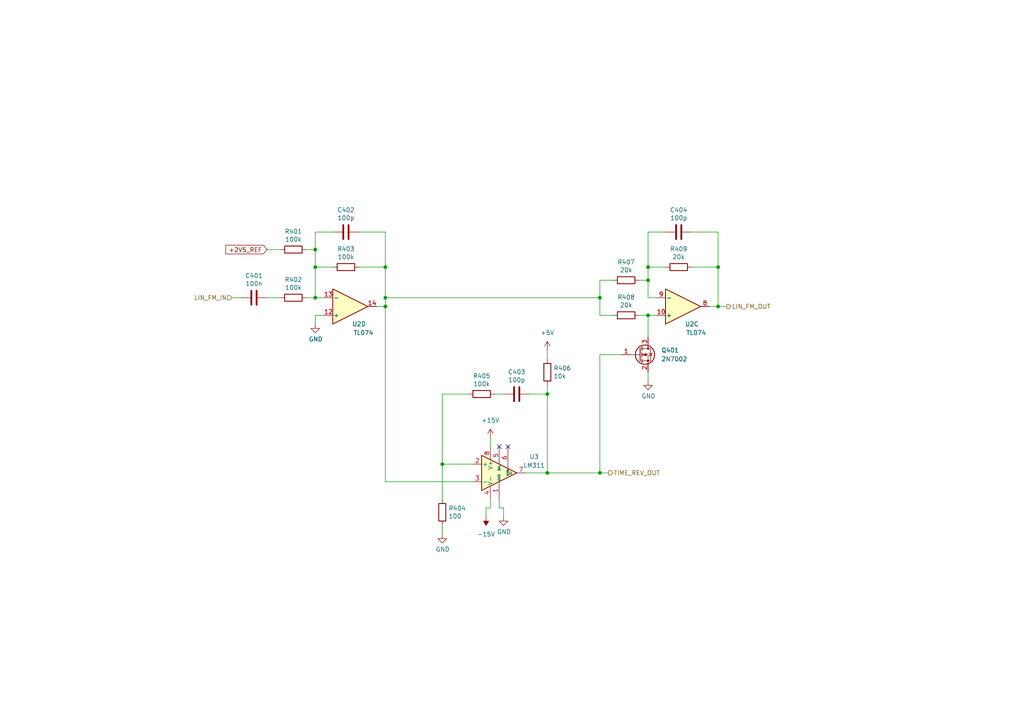
<source format=kicad_sch>
(kicad_sch (version 20211123) (generator eeschema)
  (paper "A4")
  (title_block (title "Josh Ox Ribon Synth Main VCO board") (date "2022-06-18") (rev "0") (comment 2 "creativecommons.org/licences/by/4.0") (comment 3 "license: CC by 4.0") (comment 4 "Author: Jordan Acete"))
  (lib_symbols
    (symbol "Amplifier_Operational:TL074" (pin_names (offset 0.127))
      (property "Reference" "U" (at 0 5.08 0))
      (property "Value" "TL074" (at 0 -5.08 0))
      (symbol "TL074_1_1"
        (polyline (pts (xy -5.08 5.08) (xy 5.08 0) (xy -5.08 -5.08) (xy -5.08 5.08)) (stroke (width 0.254)) (fill (type background)))
        (pin output line (at 7.62 0 180) (length 2.54) (name "~") (number "1"))
        (pin input line (at -7.62 -2.54 0) (length 2.54) (name "-") (number "2"))
        (pin input line (at -7.62 2.54 0) (length 2.54) (name "+") (number "3"))
      )
      (symbol "TL074_2_1"
        (polyline (pts (xy -5.08 5.08) (xy 5.08 0) (xy -5.08 -5.08) (xy -5.08 5.08)) (stroke (width 0.254)) (fill (type background)))
        (pin input line (at -7.62 2.54 0) (length 2.54) (name "+") (number "5"))
        (pin input line (at -7.62 -2.54 0) (length 2.54) (name "-") (number "6"))
        (pin output line (at 7.62 0 180) (length 2.54) (name "~") (number "7"))
      )
      (symbol "TL074_3_1"
        (polyline (pts (xy -5.08 5.08) (xy 5.08 0) (xy -5.08 -5.08) (xy -5.08 5.08)) (stroke (width 0.254)) (fill (type background)))
        (pin input line (at -7.62 2.54 0) (length 2.54) (name "+") (number "10"))
        (pin output line (at 7.62 0 180) (length 2.54) (name "~") (number "8"))
        (pin input line (at -7.62 -2.54 0) (length 2.54) (name "-") (number "9"))
      )
      (symbol "TL074_4_1"
        (polyline (pts (xy -5.08 5.08) (xy 5.08 0) (xy -5.08 -5.08) (xy -5.08 5.08)) (stroke (width 0.254)) (fill (type background)))
        (pin input line (at -7.62 2.54 0) (length 2.54) (name "+") (number "12"))
        (pin input line (at -7.62 -2.54 0) (length 2.54) (name "-") (number "13"))
        (pin output line (at 7.62 0 180) (length 2.54) (name "~") (number "14"))
      )
      (symbol "TL074_5_1"
        (pin power_in line (at -2.54 -7.62 90) (length 3.81) (name "V-") (number "11"))
        (pin power_in line (at -2.54 7.62 270) (length 3.81) (name "V+") (number "4"))
      )
    )
    (symbol "Comparator:LM311" (pin_names (offset 0.127))
      (property "Reference" "U" (at 3.81 6.35 0))
      (property "Value" "LM311" (at 3.81 3.81 0))
      (symbol "LM311_0_1"
        (polyline (pts (xy 5.08 0) (xy -5.08 5.08) (xy -5.08 -5.08) (xy 5.08 0)) (stroke (width 0.254)) (fill (type background)))
        (polyline (pts (xy 3.683 -0.381) (xy 3.302 -0.381) (xy 3.683 0) (xy 3.302 0.381) (xy 2.921 0) (xy 3.302 -0.381) (xy 2.921 -0.381)) (stroke (width 0.127)))
      )
      (symbol "LM311_1_1"
        (pin passive line (at 0 -7.62 90) (length 5.08) (name "GND") (number "1"))
        (pin input line (at -7.62 2.54 0) (length 2.54) (name "+") (number "2"))
        (pin input line (at -7.62 -2.54 0) (length 2.54) (name "-") (number "3"))
        (pin power_in line (at -2.54 -7.62 90) (length 3.81) (name "V-") (number "4"))
        (pin input line (at 0 7.62 270) (length 5.08) (name "BAL") (number "5"))
        (pin input line (at 2.54 7.62 270) (length 6.35) (name "STRB") (number "6"))
        (pin open_collector line (at 7.62 0 180) (length 2.54) (name "~") (number "7"))
        (pin power_in line (at -2.54 7.62 270) (length 3.81) (name "V+") (number "8"))
      )
    )
    (symbol "Device:C" (pin_numbers hide) (pin_names (offset 0.254))
      (property "Reference" "C" (at 0.635 2.54 0))
      (property "Value" "C" (at 0.635 -2.54 0))
      (symbol "C_0_1"
        (polyline (pts (xy -2.032 -0.762) (xy 2.032 -0.762)) (stroke (width 0.508)))
        (polyline (pts (xy -2.032 0.762) (xy 2.032 0.762)) (stroke (width 0.508)))
      )
      (symbol "C_1_1"
        (pin passive line (at 0 3.81 270) (length 2.794) (name "~") (number "1"))
        (pin passive line (at 0 -3.81 90) (length 2.794) (name "~") (number "2"))
      )
    )
    (symbol "Device:R" (pin_numbers hide) (pin_names (offset 0))
      (property "Reference" "R" (at 2.032 0 90))
      (property "Value" "R" (at 0 0 90))
      (symbol "R_0_1"
        (rectangle (start -1.016 -2.54) (end 1.016 2.54) (stroke (width 0.254)))
      )
      (symbol "R_1_1"
        (pin passive line (at 0 3.81 270) (length 1.27) (name "~") (number "1"))
        (pin passive line (at 0 -3.81 90) (length 1.27) (name "~") (number "2"))
      )
    )
    (symbol "Transistor_FET:2N7002" (pin_names hide)
      (property "Reference" "Q" (at 5.08 1.905 0))
      (property "Value" "2N7002" (at 5.08 0 0))
      (symbol "2N7002_0_1"
        (polyline (pts (xy 0.254 0) (xy -2.54 0)))
        (polyline (pts (xy 0.254 1.905) (xy 0.254 -1.905)) (stroke (width 0.254)))
        (polyline (pts (xy 0.762 -1.27) (xy 0.762 -2.286)) (stroke (width 0.254)))
        (polyline (pts (xy 0.762 0.508) (xy 0.762 -0.508)) (stroke (width 0.254)))
        (polyline (pts (xy 0.762 2.286) (xy 0.762 1.27)) (stroke (width 0.254)))
        (polyline (pts (xy 2.54 2.54) (xy 2.54 1.778)))
        (polyline (pts (xy 2.54 -2.54) (xy 2.54 0) (xy 0.762 0)))
        (polyline (pts (xy 0.762 -1.778) (xy 3.302 -1.778) (xy 3.302 1.778) (xy 0.762 1.778)))
        (polyline (pts (xy 1.016 0) (xy 2.032 0.381) (xy 2.032 -0.381) (xy 1.016 0)) (fill (type outline)))
        (polyline (pts (xy 2.794 0.508) (xy 2.921 0.381) (xy 3.683 0.381) (xy 3.81 0.254)))
        (polyline (pts (xy 3.302 0.381) (xy 2.921 -0.254) (xy 3.683 -0.254) (xy 3.302 0.381)))
        (circle (center 1.651 0) (radius 2.794) (stroke (width 0.254)))
        (circle (center 2.54 -1.778) (radius 0.254) (fill (type outline)))
        (circle (center 2.54 1.778) (radius 0.254) (fill (type outline)))
      )
      (symbol "2N7002_1_1"
        (pin input line (at -5.08 0 0) (length 2.54) (name "G") (number "1"))
        (pin passive line (at 2.54 -5.08 90) (length 2.54) (name "S") (number "2"))
        (pin passive line (at 2.54 5.08 270) (length 2.54) (name "D") (number "3"))
      )
    )
    (symbol "power:+15V" (power) (pin_names (offset 0))
      (property "Value" "+15V" (at 0 3.556 0))
      (symbol "+15V_0_1"
        (polyline (pts (xy -0.762 1.27) (xy 0 2.54)))
        (polyline (pts (xy 0 0) (xy 0 2.54)))
        (polyline (pts (xy 0 2.54) (xy 0.762 1.27)))
      )
      (symbol "+15V_1_1"
        (pin power_in line (at 0 0 90) (length 0) hide (name "+15V") (number "1"))
      )
    )
    (symbol "power:+5V" (power) (pin_names (offset 0))
      (property "Value" "+5V" (at 0 3.556 0))
      (symbol "+5V_0_1"
        (polyline (pts (xy -0.762 1.27) (xy 0 2.54)))
        (polyline (pts (xy 0 0) (xy 0 2.54)))
        (polyline (pts (xy 0 2.54) (xy 0.762 1.27)))
      )
      (symbol "+5V_1_1"
        (pin power_in line (at 0 0 90) (length 0) hide (name "+5V") (number "1"))
      )
    )
    (symbol "power:-15V" (power) (pin_names (offset 0))
      (property "Value" "-15V" (at 0 3.81 0))
      (symbol "-15V_0_0"
        (pin power_in line (at 0 0 90) (length 0) hide (name "-15V") (number "1"))
      )
      (symbol "-15V_0_1"
        (polyline (pts (xy 0 0) (xy 0 1.27) (xy 0.762 1.27) (xy 0 2.54) (xy -0.762 1.27) (xy 0 1.27)) (fill (type outline)))
      )
    )
    (symbol "power:GND" (power) (pin_names (offset 0))
      (property "Value" "GND" (at 0 -3.81 0))
      (symbol "GND_0_1"
        (polyline (pts (xy 0 0) (xy 0 -1.27) (xy 1.27 -1.27) (xy 0 -2.54) (xy -1.27 -1.27) (xy 0 -1.27)))
      )
      (symbol "GND_1_1"
        (pin power_in line (at 0 0 270) (length 0) hide (name "GND") (number "1"))
      )
    )
  )
  (junction (at 91.44 86.36))
  (junction (at 128.27 134.62))
  (junction (at 111.76 86.36))
  (junction (at 111.76 77.47))
  (junction (at 208.28 77.47))
  (junction (at 173.99 86.36))
  (junction (at 208.28 88.9))
  (junction (at 187.96 81.28))
  (junction (at 111.76 88.9))
  (junction (at 173.99 137.16))
  (junction (at 91.44 72.39))
  (junction (at 187.96 77.47))
  (junction (at 158.75 114.3))
  (junction (at 91.44 77.47))
  (junction (at 187.96 91.44))
  (junction (at 158.75 137.16))
  (no_connect (at 147.32 129.54))
  (no_connect (at 144.78 129.54))
  (wire (pts (xy 128.27 114.3) (xy 128.27 134.62)))
  (wire (pts (xy 173.99 102.87) (xy 180.34 102.87)))
  (wire (pts (xy 91.44 86.36) (xy 91.44 77.47)))
  (wire (pts (xy 128.27 134.62) (xy 137.16 134.62)))
  (wire (pts (xy 187.96 86.36) (xy 190.5 86.36)))
  (wire (pts (xy 173.99 137.16) (xy 173.99 102.87)))
  (wire (pts (xy 128.27 154.94) (xy 128.27 152.4)))
  (wire (pts (xy 111.76 77.47) (xy 111.76 67.31)))
  (wire (pts (xy 91.44 91.44) (xy 93.98 91.44)))
  (wire (pts (xy 176.53 137.16) (xy 173.99 137.16)))
  (wire (pts (xy 200.66 77.47) (xy 208.28 77.47)))
  (wire (pts (xy 187.96 97.79) (xy 187.96 91.44)))
  (wire (pts (xy 158.75 101.6) (xy 158.75 104.14)))
  (wire (pts (xy 173.99 86.36) (xy 111.76 86.36)))
  (wire (pts (xy 111.76 139.7) (xy 137.16 139.7)))
  (wire (pts (xy 187.96 81.28) (xy 187.96 77.47)))
  (wire (pts (xy 146.05 149.86) (xy 146.05 147.32)))
  (wire (pts (xy 109.22 88.9) (xy 111.76 88.9)))
  (wire (pts (xy 187.96 86.36) (xy 187.96 81.28)))
  (wire (pts (xy 140.97 149.86) (xy 140.97 147.32)))
  (wire (pts (xy 111.76 67.31) (xy 104.14 67.31)))
  (wire (pts (xy 96.52 77.47) (xy 91.44 77.47)))
  (wire (pts (xy 142.24 127) (xy 142.24 129.54)))
  (wire (pts (xy 187.96 67.31) (xy 193.04 67.31)))
  (wire (pts (xy 210.82 88.9) (xy 208.28 88.9)))
  (wire (pts (xy 67.31 86.36) (xy 69.85 86.36)))
  (wire (pts (xy 91.44 93.98) (xy 91.44 91.44)))
  (wire (pts (xy 143.51 114.3) (xy 146.05 114.3)))
  (wire (pts (xy 158.75 114.3) (xy 153.67 114.3)))
  (wire (pts (xy 158.75 111.76) (xy 158.75 114.3)))
  (wire (pts (xy 81.28 86.36) (xy 77.47 86.36)))
  (wire (pts (xy 111.76 88.9) (xy 111.76 139.7)))
  (wire (pts (xy 152.4 137.16) (xy 158.75 137.16)))
  (wire (pts (xy 193.04 77.47) (xy 187.96 77.47)))
  (wire (pts (xy 185.42 81.28) (xy 187.96 81.28)))
  (wire (pts (xy 187.96 110.49) (xy 187.96 107.95)))
  (wire (pts (xy 140.97 147.32) (xy 142.24 147.32)))
  (wire (pts (xy 91.44 67.31) (xy 96.52 67.31)))
  (wire (pts (xy 187.96 91.44) (xy 190.5 91.44)))
  (wire (pts (xy 77.47 72.39) (xy 81.28 72.39)))
  (wire (pts (xy 111.76 77.47) (xy 111.76 86.36)))
  (wire (pts (xy 91.44 77.47) (xy 91.44 72.39)))
  (wire (pts (xy 135.89 114.3) (xy 128.27 114.3)))
  (wire (pts (xy 142.24 147.32) (xy 142.24 144.78)))
  (wire (pts (xy 208.28 88.9) (xy 208.28 77.47)))
  (wire (pts (xy 88.9 72.39) (xy 91.44 72.39)))
  (wire (pts (xy 158.75 137.16) (xy 173.99 137.16)))
  (wire (pts (xy 91.44 72.39) (xy 91.44 67.31)))
  (wire (pts (xy 208.28 67.31) (xy 200.66 67.31)))
  (wire (pts (xy 144.78 147.32) (xy 144.78 144.78)))
  (wire (pts (xy 158.75 137.16) (xy 158.75 114.3)))
  (wire (pts (xy 205.74 88.9) (xy 208.28 88.9)))
  (wire (pts (xy 173.99 91.44) (xy 173.99 86.36)))
  (wire (pts (xy 208.28 77.47) (xy 208.28 67.31)))
  (wire (pts (xy 187.96 91.44) (xy 185.42 91.44)))
  (wire (pts (xy 111.76 86.36) (xy 111.76 88.9)))
  (wire (pts (xy 146.05 147.32) (xy 144.78 147.32)))
  (wire (pts (xy 187.96 67.31) (xy 187.96 77.47)))
  (wire (pts (xy 128.27 144.78) (xy 128.27 134.62)))
  (wire (pts (xy 173.99 86.36) (xy 173.99 81.28)))
  (wire (pts (xy 177.8 91.44) (xy 173.99 91.44)))
  (wire (pts (xy 104.14 77.47) (xy 111.76 77.47)))
  (wire (pts (xy 91.44 86.36) (xy 88.9 86.36)))
  (wire (pts (xy 173.99 81.28) (xy 177.8 81.28)))
  (wire (pts (xy 93.98 86.36) (xy 91.44 86.36)))
  (global_label "+2V5_REF" (shape input) (at 77.47 72.39 180) (property "Intersheet References" "${INTERSHEET_REFS}" (effects hide)))
  (hierarchical_label "LIN_FM_IN" (shape input) (at 67.31 86.36 180))
  (hierarchical_label "TIME_REV_OUT" (shape output) (at 176.53 137.16 0))
  (hierarchical_label "LIN_FM_OUT" (shape output) (at 210.82 88.9 0))
  (symbol (lib_id "Device:R") (at 139.7 114.3 270) (unit 1)
    (property "Reference" "R405" (at 139.7 109.0422 90))
    (property "Value" "100k" (at 139.7 111.3536 90))
    (property "Footprint" "Resistor_SMD:R_0805_2012Metric" (effects hide))
  )
  (symbol (lib_id "Comparator:LM311") (at 144.78 137.16 0) (unit 1)
    (property "Reference" "U3" (at 154.94 132.461 0))
    (property "Value" "LM311" (at 154.94 135.001 0))
    (property "Footprint" "Package_SO:SOIC-8_3.9x4.9mm_P1.27mm" (effects hide))
    (property "Datasheet" "https://www.st.com/resource/en/datasheet/lm311.pdf" (effects hide))
  )
  (symbol (lib_id "power:+15V") (at 142.24 127 0) (unit 1)
    (property "Reference" "#PWR0107" (effects hide))
    (property "Value" "+15V" (at 142.24 121.92 0))
  )
  (symbol (lib_id "Amplifier_Operational:TL074") (at 198.12 88.9 0) (mirror x) (unit 3)
    (property "Reference" "U2" (at 200.66 93.98 0))
    (property "Value" "TL074" (at 201.93 96.52 0))
    (property "Footprint" "Package_SO:SOIC-14_3.9x8.7mm_P1.27mm" (effects hide))
    (property "Datasheet" "http://www.ti.com/lit/ds/symlink/tl071.pdf" (effects hide))
  )
  (symbol (lib_id "power:GND") (at 91.44 93.98 0) (unit 1)
    (property "Reference" "#PWR0401" (effects hide))
    (property "Value" "~" (at 91.567 98.3742 0))
  )
  (symbol (lib_id "Device:R") (at 128.27 148.59 180) (unit 1)
    (property "Reference" "R404" (at 130.048 147.4216 0) (effects (justify right)))
    (property "Value" "100" (at 130.048 149.733 0) (effects (justify right)))
    (property "Footprint" "Resistor_SMD:R_0805_2012Metric" (effects hide))
  )
  (symbol (lib_id "Device:C") (at 149.86 114.3 270) (unit 1)
    (property "Reference" "C403" (at 149.86 107.8992 90))
    (property "Value" "100p" (at 149.86 110.2106 90))
    (property "Footprint" "Capacitor_SMD:C_0805_2012Metric" (effects hide))
  )
  (symbol (lib_id "Device:C") (at 196.85 67.31 270) (unit 1)
    (property "Reference" "C404" (at 196.85 60.9092 90))
    (property "Value" "100p" (at 196.85 63.2206 90))
    (property "Footprint" "Capacitor_SMD:C_0805_2012Metric" (effects hide))
  )
  (symbol (lib_id "Device:R") (at 181.61 81.28 270) (unit 1)
    (property "Reference" "R407" (at 181.61 76.0222 90))
    (property "Value" "20k" (at 181.61 78.3336 90))
    (property "Footprint" "Resistor_SMD:R_0805_2012Metric" (effects hide))
  )
  (symbol (lib_id "Device:R") (at 181.61 91.44 270) (unit 1)
    (property "Reference" "R408" (at 181.61 86.1822 90))
    (property "Value" "20k" (at 181.61 88.4936 90))
    (property "Footprint" "Resistor_SMD:R_0805_2012Metric" (effects hide))
  )
  (symbol (lib_id "Amplifier_Operational:TL074") (at 101.6 88.9 0) (mirror x) (unit 4)
    (property "Reference" "U2" (at 104.14 93.98 0))
    (property "Value" "TL074" (at 105.41 96.52 0))
    (property "Footprint" "Package_SO:SOIC-14_3.9x8.7mm_P1.27mm" (effects hide))
    (property "Datasheet" "http://www.ti.com/lit/ds/symlink/tl071.pdf" (effects hide))
  )
  (symbol (lib_id "Device:R") (at 85.09 86.36 270) (unit 1)
    (property "Reference" "R402" (at 85.09 81.1022 90))
    (property "Value" "100k" (at 85.09 83.4136 90))
    (property "Footprint" "Resistor_SMD:R_0805_2012Metric" (effects hide))
  )
  (symbol (lib_id "Device:C") (at 100.33 67.31 270) (unit 1)
    (property "Reference" "C402" (at 100.33 60.9092 90))
    (property "Value" "100p" (at 100.33 63.2206 90))
    (property "Footprint" "Capacitor_SMD:C_0805_2012Metric" (effects hide))
  )
  (symbol (lib_id "power:-15V") (at 140.97 149.86 180) (unit 1)
    (property "Reference" "#PWR0108" (effects hide))
    (property "Value" "-15V" (at 140.97 154.94 0))
  )
  (symbol (lib_id "power:+5V") (at 158.75 101.6 0) (unit 1)
    (property "Reference" "#PWR0406" (effects hide))
    (property "Value" "+5V" (at 158.75 96.52 0))
  )
  (symbol (lib_id "power:GND") (at 146.05 149.86 0) (unit 1)
    (property "Reference" "#PWR0405" (effects hide))
    (property "Value" "~" (at 146.177 154.2542 0))
  )
  (symbol (lib_id "Device:R") (at 85.09 72.39 270) (unit 1)
    (property "Reference" "R401" (at 85.09 67.1322 90))
    (property "Value" "100k" (at 85.09 69.4436 90))
    (property "Footprint" "Resistor_SMD:R_0805_2012Metric" (effects hide))
  )
  (symbol (lib_id "power:GND") (at 187.96 110.49 0) (unit 1)
    (property "Reference" "#PWR0407" (effects hide))
    (property "Value" "~" (at 188.087 114.8842 0))
  )
  (symbol (lib_id "power:GND") (at 128.27 154.94 0) (unit 1)
    (property "Reference" "#PWR0402" (effects hide))
    (property "Value" "~" (at 128.397 159.3342 0))
  )
  (symbol (lib_id "Device:C") (at 73.66 86.36 270) (unit 1)
    (property "Reference" "C401" (at 73.66 79.9592 90))
    (property "Value" "100n" (at 73.66 82.2706 90))
    (property "Footprint" "Capacitor_THT:C_Rect_L7.0mm_W2.5mm_P5.00mm" (effects hide))
  )
  (symbol (lib_id "Device:R") (at 158.75 107.95 180) (unit 1)
    (property "Reference" "R406" (at 160.528 106.7816 0) (effects (justify right)))
    (property "Value" "10k" (at 160.528 109.093 0) (effects (justify right)))
    (property "Footprint" "Resistor_SMD:R_0805_2012Metric" (effects hide))
  )
  (symbol (lib_id "Device:R") (at 196.85 77.47 270) (unit 1)
    (property "Reference" "R409" (at 196.85 72.2122 90))
    (property "Value" "20k" (at 196.85 74.5236 90))
    (property "Footprint" "Resistor_SMD:R_0805_2012Metric" (effects hide))
  )
  (symbol (lib_id "Transistor_FET:2N7002") (at 185.42 102.87 0) (unit 1)
    (property "Reference" "Q401" (at 191.77 101.5999 0) (effects (justify left)))
    (property "Value" "2N7002" (at 191.77 104.1399 0) (effects (justify left)))
    (property "Footprint" "Package_TO_SOT_SMD:SOT-23" (effects hide))
    (property "Datasheet" "https://www.onsemi.com/pub/Collateral/NDS7002A-D.PDF" (effects hide))
  )
  (symbol (lib_id "Device:R") (at 100.33 77.47 270) (unit 1)
    (property "Reference" "R403" (at 100.33 72.2122 90))
    (property "Value" "100k" (at 100.33 74.5236 90))
    (property "Footprint" "Resistor_SMD:R_0805_2012Metric" (effects hide))
  )
)
</source>
